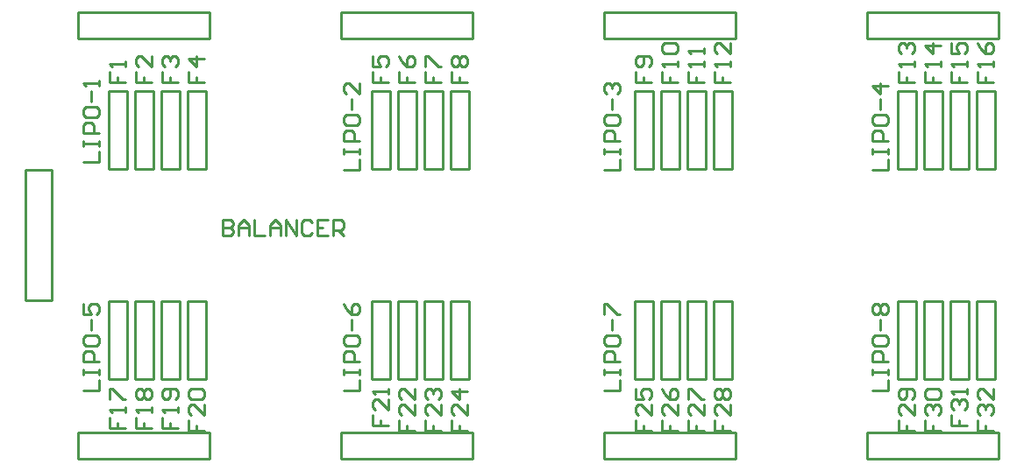
<source format=gto>
G04 Layer_Color=65535*
%FSTAX24Y24*%
%MOIN*%
G70*
G01*
G75*
%ADD17C,0.0100*%
D17*
X0525Y0245D02*
X05749D01*
X0525Y0235D02*
Y0245D01*
Y0235D02*
X05749D01*
X057492Y0235D02*
Y0245D01*
X0425Y0245D02*
X04749D01*
X0425Y0235D02*
Y0245D01*
Y0235D02*
X04749D01*
X047492Y0235D02*
Y0245D01*
X0325Y0245D02*
X03749D01*
X0325Y0235D02*
Y0245D01*
Y0235D02*
X03749D01*
X037492Y0235D02*
Y0245D01*
X0225Y0245D02*
X02749D01*
X0225Y0235D02*
Y0245D01*
Y0235D02*
X02749D01*
X027492Y0235D02*
Y0245D01*
X0525Y0405D02*
X05749D01*
X0525Y0395D02*
Y0405D01*
Y0395D02*
X05749D01*
X057492Y0395D02*
Y0405D01*
X0425Y0405D02*
X04749D01*
X0425Y0395D02*
Y0405D01*
Y0395D02*
X04749D01*
X047492Y0395D02*
Y0405D01*
X0325Y0405D02*
X03749D01*
X0325Y0395D02*
Y0405D01*
Y0395D02*
X03749D01*
X037492Y0395D02*
Y0405D01*
X0225Y0405D02*
X02749D01*
X0225Y0395D02*
Y0405D01*
Y0395D02*
X02749D01*
X027492Y0395D02*
Y0405D01*
X02365Y029476D02*
X02435D01*
X02365Y026524D02*
X02435D01*
X02365Y02655D02*
Y02945D01*
X02435Y02655D02*
Y02945D01*
X02465Y029476D02*
X02535D01*
X02465Y026524D02*
X02535D01*
X02465Y02655D02*
Y02945D01*
X02535Y02655D02*
Y02945D01*
X02565Y029476D02*
X02635D01*
X02565Y026524D02*
X02635D01*
X02565Y02655D02*
Y02945D01*
X02635Y02655D02*
Y02945D01*
X02665Y029476D02*
X02735D01*
X02665Y026524D02*
X02735D01*
X02665Y02655D02*
Y02945D01*
X02735Y02655D02*
Y02945D01*
X03365Y029476D02*
X03435D01*
X03365Y026524D02*
X03435D01*
X03365Y02655D02*
Y02945D01*
X03435Y02655D02*
Y02945D01*
X03465Y029476D02*
X03535D01*
X03465Y026524D02*
X03535D01*
X03465Y02655D02*
Y02945D01*
X03535Y02655D02*
Y02945D01*
X03565Y029476D02*
X03635D01*
X03565Y026524D02*
X03635D01*
X03565Y02655D02*
Y02945D01*
X03635Y02655D02*
Y02945D01*
X03665Y029476D02*
X03735D01*
X03665Y026524D02*
X03735D01*
X03665Y02655D02*
Y02945D01*
X03735Y02655D02*
Y02945D01*
X04365Y029476D02*
X04435D01*
X04365Y026524D02*
X04435D01*
X04365Y02655D02*
Y02945D01*
X04435Y02655D02*
Y02945D01*
X04465Y029476D02*
X04535D01*
X04465Y026524D02*
X04535D01*
X04465Y02655D02*
Y02945D01*
X04535Y02655D02*
Y02945D01*
X04565Y029476D02*
X04635D01*
X04565Y026524D02*
X04635D01*
X04565Y02655D02*
Y02945D01*
X04635Y02655D02*
Y02945D01*
X04665Y029476D02*
X04735D01*
X04665Y026524D02*
X04735D01*
X04665Y02655D02*
Y02945D01*
X04735Y02655D02*
Y02945D01*
X05365Y029476D02*
X05435D01*
X05365Y026524D02*
X05435D01*
X05365Y02655D02*
Y02945D01*
X05435Y02655D02*
Y02945D01*
X05465Y029476D02*
X05535D01*
X05465Y026524D02*
X05535D01*
X05465Y02655D02*
Y02945D01*
X05535Y02655D02*
Y02945D01*
X05565Y029476D02*
X05635D01*
X05565Y026524D02*
X05635D01*
X05565Y02655D02*
Y02945D01*
X05635Y02655D02*
Y02945D01*
X05665Y029476D02*
X05735D01*
X05665Y026524D02*
X05735D01*
X05665Y02655D02*
Y02945D01*
X05735Y02655D02*
Y02945D01*
X03665Y034524D02*
X03735D01*
X03665Y037476D02*
X03735D01*
Y03455D02*
Y03745D01*
X03665Y03455D02*
Y03745D01*
X03565Y034524D02*
X03635D01*
X03565Y037476D02*
X03635D01*
Y03455D02*
Y03745D01*
X03565Y03455D02*
Y03745D01*
X03465Y034524D02*
X03535D01*
X03465Y037476D02*
X03535D01*
Y03455D02*
Y03745D01*
X03465Y03455D02*
Y03745D01*
X03365Y034524D02*
X03435D01*
X03365Y037476D02*
X03435D01*
Y03455D02*
Y03745D01*
X03365Y03455D02*
Y03745D01*
X02665Y034524D02*
X02735D01*
X02665Y037476D02*
X02735D01*
Y03455D02*
Y03745D01*
X02665Y03455D02*
Y03745D01*
X02565Y034524D02*
X02635D01*
X02565Y037476D02*
X02635D01*
Y03455D02*
Y03745D01*
X02565Y03455D02*
Y03745D01*
X02465Y034524D02*
X02535D01*
X02465Y037476D02*
X02535D01*
Y03455D02*
Y03745D01*
X02465Y03455D02*
Y03745D01*
X02365Y034524D02*
X02435D01*
X02365Y037476D02*
X02435D01*
Y03455D02*
Y03745D01*
X02365Y03455D02*
Y03745D01*
X05665Y034524D02*
X05735D01*
X05665Y037476D02*
X05735D01*
Y03455D02*
Y03745D01*
X05665Y03455D02*
Y03745D01*
X05565Y034524D02*
X05635D01*
X05565Y037476D02*
X05635D01*
Y03455D02*
Y03745D01*
X05565Y03455D02*
Y03745D01*
X05465Y034524D02*
X05535D01*
X05465Y037476D02*
X05535D01*
Y03455D02*
Y03745D01*
X05465Y03455D02*
Y03745D01*
X05365Y034524D02*
X05435D01*
X05365Y037476D02*
X05435D01*
Y03455D02*
Y03745D01*
X05365Y03455D02*
Y03745D01*
X04665Y034524D02*
X04735D01*
X04665Y037476D02*
X04735D01*
Y03455D02*
Y03745D01*
X04665Y03455D02*
Y03745D01*
X04565Y034524D02*
X04635D01*
X04565Y037476D02*
X04635D01*
Y03455D02*
Y03745D01*
X04565Y03455D02*
Y03745D01*
X04465Y034524D02*
X04535D01*
X04465Y037476D02*
X04535D01*
Y03455D02*
Y03745D01*
X04465Y03455D02*
Y03745D01*
X04365Y034524D02*
X04435D01*
X04365Y037476D02*
X04435D01*
Y03455D02*
Y03745D01*
X04365Y03455D02*
Y03745D01*
X0215Y02951D02*
Y0345D01*
X0205D02*
X0215D01*
X0205Y02951D02*
Y0345D01*
X0205Y029508D02*
X0215D01*
X0527Y0261D02*
X0533D01*
Y0265D01*
X0527Y0267D02*
Y0269D01*
Y0268D01*
X0533D01*
Y0267D01*
Y0269D01*
Y0272D02*
X0527D01*
Y0275D01*
X0528Y0276D01*
X053D01*
X0531Y0275D01*
Y0272D01*
X0527Y028099D02*
Y027899D01*
X0528Y027799D01*
X0532D01*
X0533Y027899D01*
Y028099D01*
X0532Y028199D01*
X0528D01*
X0527Y028099D01*
X053Y028399D02*
Y028799D01*
X0528Y028999D02*
X0527Y029099D01*
Y029299D01*
X0528Y029399D01*
X0529D01*
X053Y029299D01*
X0531Y029399D01*
X0532D01*
X0533Y029299D01*
Y029099D01*
X0532Y028999D01*
X0531D01*
X053Y029099D01*
X0529Y028999D01*
X0528D01*
X053Y029099D02*
Y029299D01*
X0425Y0261D02*
X0431D01*
Y0265D01*
X0425Y0267D02*
Y0269D01*
Y0268D01*
X0431D01*
Y0267D01*
Y0269D01*
Y0272D02*
X0425D01*
Y0275D01*
X0426Y0276D01*
X0428D01*
X0429Y0275D01*
Y0272D01*
X0425Y028099D02*
Y027899D01*
X0426Y027799D01*
X043D01*
X0431Y027899D01*
Y028099D01*
X043Y028199D01*
X0426D01*
X0425Y028099D01*
X0428Y028399D02*
Y028799D01*
X0425Y028999D02*
Y029399D01*
X0426D01*
X043Y028999D01*
X0431D01*
X0326Y0261D02*
X0332D01*
Y0265D01*
X0326Y0267D02*
Y0269D01*
Y0268D01*
X0332D01*
Y0267D01*
Y0269D01*
Y0272D02*
X0326D01*
Y0275D01*
X0327Y0276D01*
X0329D01*
X033Y0275D01*
Y0272D01*
X0326Y028099D02*
Y027899D01*
X0327Y027799D01*
X0331D01*
X0332Y027899D01*
Y028099D01*
X0331Y028199D01*
X0327D01*
X0326Y028099D01*
X0329Y028399D02*
Y028799D01*
X0326Y029399D02*
X0327Y029199D01*
X0329Y028999D01*
X0331D01*
X0332Y029099D01*
Y029299D01*
X0331Y029399D01*
X033D01*
X0329Y029299D01*
Y028999D01*
X0227Y0261D02*
X0233D01*
Y0265D01*
X0227Y0267D02*
Y0269D01*
Y0268D01*
X0233D01*
Y0267D01*
Y0269D01*
Y0272D02*
X0227D01*
Y0275D01*
X0228Y0276D01*
X023D01*
X0231Y0275D01*
Y0272D01*
X0227Y028099D02*
Y027899D01*
X0228Y027799D01*
X0232D01*
X0233Y027899D01*
Y028099D01*
X0232Y028199D01*
X0228D01*
X0227Y028099D01*
X023Y028399D02*
Y028799D01*
X0227Y029399D02*
Y028999D01*
X023D01*
X0229Y029199D01*
Y029299D01*
X023Y029399D01*
X0232D01*
X0233Y029299D01*
Y029099D01*
X0232Y028999D01*
X0527Y0345D02*
X0533D01*
Y0349D01*
X0527Y0351D02*
Y0353D01*
Y0352D01*
X0533D01*
Y0351D01*
Y0353D01*
Y0356D02*
X0527D01*
Y0359D01*
X0528Y036D01*
X053D01*
X0531Y0359D01*
Y0356D01*
X0527Y036499D02*
Y036299D01*
X0528Y036199D01*
X0532D01*
X0533Y036299D01*
Y036499D01*
X0532Y036599D01*
X0528D01*
X0527Y036499D01*
X053Y036799D02*
Y037199D01*
X0533Y037699D02*
X0527D01*
X053Y037399D01*
Y037799D01*
X0425Y0345D02*
X0431D01*
Y0349D01*
X0425Y0351D02*
Y0353D01*
Y0352D01*
X0431D01*
Y0351D01*
Y0353D01*
Y0356D02*
X0425D01*
Y0359D01*
X0426Y036D01*
X0428D01*
X0429Y0359D01*
Y0356D01*
X0425Y036499D02*
Y036299D01*
X0426Y036199D01*
X043D01*
X0431Y036299D01*
Y036499D01*
X043Y036599D01*
X0426D01*
X0425Y036499D01*
X0428Y036799D02*
Y037199D01*
X0426Y037399D02*
X0425Y037499D01*
Y037699D01*
X0426Y037799D01*
X0427D01*
X0428Y037699D01*
Y037599D01*
Y037699D01*
X0429Y037799D01*
X043D01*
X0431Y037699D01*
Y037499D01*
X043Y037399D01*
X0326Y0345D02*
X0332D01*
Y0349D01*
X0326Y0351D02*
Y0353D01*
Y0352D01*
X0332D01*
Y0351D01*
Y0353D01*
Y0356D02*
X0326D01*
Y0359D01*
X0327Y036D01*
X0329D01*
X033Y0359D01*
Y0356D01*
X0326Y036499D02*
Y036299D01*
X0327Y036199D01*
X0331D01*
X0332Y036299D01*
Y036499D01*
X0331Y036599D01*
X0327D01*
X0326Y036499D01*
X0329Y036799D02*
Y037199D01*
X0332Y037799D02*
Y037399D01*
X0328Y037799D01*
X0327D01*
X0326Y037699D01*
Y037499D01*
X0327Y037399D01*
X0227Y0348D02*
X0233D01*
Y0352D01*
X0227Y0354D02*
Y0356D01*
Y0355D01*
X0233D01*
Y0354D01*
Y0356D01*
Y0359D02*
X0227D01*
Y0362D01*
X0228Y0363D01*
X023D01*
X0231Y0362D01*
Y0359D01*
X0227Y036799D02*
Y036599D01*
X0228Y036499D01*
X0232D01*
X0233Y036599D01*
Y036799D01*
X0232Y036899D01*
X0228D01*
X0227Y036799D01*
X023Y037099D02*
Y037499D01*
X0233Y037699D02*
Y037899D01*
Y037799D01*
X0227D01*
X0228Y037699D01*
X0237Y02507D02*
Y02467D01*
X024D01*
Y02487D01*
Y02467D01*
X0243D01*
Y02527D02*
Y02547D01*
Y02537D01*
X0237D01*
X0238Y02527D01*
X0237Y02577D02*
Y02617D01*
X0238D01*
X0242Y02577D01*
X0243D01*
X0247Y02507D02*
Y02467D01*
X025D01*
Y02487D01*
Y02467D01*
X0253D01*
Y02527D02*
Y02547D01*
Y02537D01*
X0247D01*
X0248Y02527D01*
Y02577D02*
X0247Y02587D01*
Y02607D01*
X0248Y02617D01*
X0249D01*
X025Y02607D01*
X0251Y02617D01*
X0252D01*
X0253Y02607D01*
Y02587D01*
X0252Y02577D01*
X0251D01*
X025Y02587D01*
X0249Y02577D01*
X0248D01*
X025Y02587D02*
Y02607D01*
X0257Y02507D02*
Y02467D01*
X026D01*
Y02487D01*
Y02467D01*
X0263D01*
Y02527D02*
Y02547D01*
Y02537D01*
X0257D01*
X0258Y02527D01*
X0262Y02577D02*
X0263Y02587D01*
Y02607D01*
X0262Y02617D01*
X0258D01*
X0257Y02607D01*
Y02587D01*
X0258Y02577D01*
X0259D01*
X026Y02587D01*
Y02617D01*
X0267Y02497D02*
Y02457D01*
X027D01*
Y02477D01*
Y02457D01*
X0273D01*
Y02557D02*
Y02517D01*
X0269Y02557D01*
X0268D01*
X0267Y02547D01*
Y02527D01*
X0268Y02517D01*
Y02577D02*
X0267Y02587D01*
Y02607D01*
X0268Y026169D01*
X0272D01*
X0273Y02607D01*
Y02587D01*
X0272Y02577D01*
X0268D01*
X0337Y02517D02*
Y02477D01*
X034D01*
Y02497D01*
Y02477D01*
X0343D01*
Y02577D02*
Y02537D01*
X0339Y02577D01*
X0338D01*
X0337Y02567D01*
Y02547D01*
X0338Y02537D01*
X0343Y02597D02*
Y02617D01*
Y02607D01*
X0337D01*
X0338Y02597D01*
X0347Y02497D02*
Y02457D01*
X035D01*
Y02477D01*
Y02457D01*
X0353D01*
Y02557D02*
Y02517D01*
X0349Y02557D01*
X0348D01*
X0347Y02547D01*
Y02527D01*
X0348Y02517D01*
X0353Y026169D02*
Y02577D01*
X0349Y026169D01*
X0348D01*
X0347Y02607D01*
Y02587D01*
X0348Y02577D01*
X0357Y02497D02*
Y02457D01*
X036D01*
Y02477D01*
Y02457D01*
X0363D01*
Y02557D02*
Y02517D01*
X0359Y02557D01*
X0358D01*
X0357Y02547D01*
Y02527D01*
X0358Y02517D01*
Y02577D02*
X0357Y02587D01*
Y02607D01*
X0358Y026169D01*
X0359D01*
X036Y02607D01*
Y02597D01*
Y02607D01*
X0361Y026169D01*
X0362D01*
X0363Y02607D01*
Y02587D01*
X0362Y02577D01*
X0367Y02497D02*
Y02457D01*
X037D01*
Y02477D01*
Y02457D01*
X0373D01*
Y02557D02*
Y02517D01*
X0369Y02557D01*
X0368D01*
X0367Y02547D01*
Y02527D01*
X0368Y02517D01*
X0373Y02607D02*
X0367D01*
X037Y02577D01*
Y026169D01*
X0437Y02497D02*
Y02457D01*
X044D01*
Y02477D01*
Y02457D01*
X0443D01*
Y02557D02*
Y02517D01*
X0439Y02557D01*
X0438D01*
X0437Y02547D01*
Y02527D01*
X0438Y02517D01*
X0437Y026169D02*
Y02577D01*
X044D01*
X0439Y02597D01*
Y02607D01*
X044Y026169D01*
X0442D01*
X0443Y02607D01*
Y02587D01*
X0442Y02577D01*
X0447Y02497D02*
Y02457D01*
X045D01*
Y02477D01*
Y02457D01*
X0453D01*
Y02557D02*
Y02517D01*
X0449Y02557D01*
X0448D01*
X0447Y02547D01*
Y02527D01*
X0448Y02517D01*
X0447Y026169D02*
X0448Y02597D01*
X045Y02577D01*
X0452D01*
X0453Y02587D01*
Y02607D01*
X0452Y026169D01*
X0451D01*
X045Y02607D01*
Y02577D01*
X0457Y02497D02*
Y02457D01*
X046D01*
Y02477D01*
Y02457D01*
X0463D01*
Y02557D02*
Y02517D01*
X0459Y02557D01*
X0458D01*
X0457Y02547D01*
Y02527D01*
X0458Y02517D01*
X0457Y02577D02*
Y026169D01*
X0458D01*
X0462Y02577D01*
X0463D01*
X0467Y02497D02*
Y02457D01*
X047D01*
Y02477D01*
Y02457D01*
X0473D01*
Y02557D02*
Y02517D01*
X0469Y02557D01*
X0468D01*
X0467Y02547D01*
Y02527D01*
X0468Y02517D01*
Y02577D02*
X0467Y02587D01*
Y02607D01*
X0468Y026169D01*
X0469D01*
X047Y02607D01*
X0471Y026169D01*
X0472D01*
X0473Y02607D01*
Y02587D01*
X0472Y02577D01*
X0471D01*
X047Y02587D01*
X0469Y02577D01*
X0468D01*
X047Y02587D02*
Y02607D01*
X0537Y02497D02*
Y02457D01*
X054D01*
Y02477D01*
Y02457D01*
X0543D01*
Y02557D02*
Y02517D01*
X0539Y02557D01*
X0538D01*
X0537Y02547D01*
Y02527D01*
X0538Y02517D01*
X0542Y02577D02*
X0543Y02587D01*
Y02607D01*
X0542Y026169D01*
X0538D01*
X0537Y02607D01*
Y02587D01*
X0538Y02577D01*
X0539D01*
X054Y02587D01*
Y026169D01*
X0547Y02497D02*
Y02457D01*
X055D01*
Y02477D01*
Y02457D01*
X0553D01*
X0548Y02517D02*
X0547Y02527D01*
Y02547D01*
X0548Y02557D01*
X0549D01*
X055Y02547D01*
Y02537D01*
Y02547D01*
X0551Y02557D01*
X0552D01*
X0553Y02547D01*
Y02527D01*
X0552Y02517D01*
X0548Y02577D02*
X0547Y02587D01*
Y02607D01*
X0548Y026169D01*
X0552D01*
X0553Y02607D01*
Y02587D01*
X0552Y02577D01*
X0548D01*
X0557Y02517D02*
Y02477D01*
X056D01*
Y02497D01*
Y02477D01*
X0563D01*
X0558Y02537D02*
X0557Y02547D01*
Y02567D01*
X0558Y02577D01*
X0559D01*
X056Y02567D01*
Y02557D01*
Y02567D01*
X0561Y02577D01*
X0562D01*
X0563Y02567D01*
Y02547D01*
X0562Y02537D01*
X0563Y02597D02*
Y02617D01*
Y02607D01*
X0557D01*
X0558Y02597D01*
X0567Y02497D02*
Y02457D01*
X057D01*
Y02477D01*
Y02457D01*
X0573D01*
X0568Y02517D02*
X0567Y02527D01*
Y02547D01*
X0568Y02557D01*
X0569D01*
X057Y02547D01*
Y02537D01*
Y02547D01*
X0571Y02557D01*
X0572D01*
X0573Y02547D01*
Y02527D01*
X0572Y02517D01*
X0573Y026169D02*
Y02577D01*
X0569Y026169D01*
X0568D01*
X0567Y02607D01*
Y02587D01*
X0568Y02577D01*
X0367Y03823D02*
Y03783D01*
X037D01*
Y03803D01*
Y03783D01*
X0373D01*
X0368Y03843D02*
X0367Y03853D01*
Y03873D01*
X0368Y03883D01*
X0369D01*
X037Y03873D01*
X0371Y03883D01*
X0372D01*
X0373Y03873D01*
Y03853D01*
X0372Y03843D01*
X0371D01*
X037Y03853D01*
X0369Y03843D01*
X0368D01*
X037Y03853D02*
Y03873D01*
X0357Y03823D02*
Y03783D01*
X036D01*
Y03803D01*
Y03783D01*
X0363D01*
X0357Y03843D02*
Y03883D01*
X0358D01*
X0362Y03843D01*
X0363D01*
X0347Y03823D02*
Y03783D01*
X035D01*
Y03803D01*
Y03783D01*
X0353D01*
X0347Y03883D02*
X0348Y03863D01*
X035Y03843D01*
X0352D01*
X0353Y03853D01*
Y03873D01*
X0352Y03883D01*
X0351D01*
X035Y03873D01*
Y03843D01*
X0337Y03823D02*
Y03783D01*
X034D01*
Y03803D01*
Y03783D01*
X0343D01*
X0337Y03883D02*
Y03843D01*
X034D01*
X0339Y03863D01*
Y03873D01*
X034Y03883D01*
X0342D01*
X0343Y03873D01*
Y03853D01*
X0342Y03843D01*
X0267Y03823D02*
Y03783D01*
X027D01*
Y03803D01*
Y03783D01*
X0273D01*
Y03873D02*
X0267D01*
X027Y03843D01*
Y03883D01*
X0257Y03823D02*
Y03783D01*
X026D01*
Y03803D01*
Y03783D01*
X0263D01*
X0258Y03843D02*
X0257Y03853D01*
Y03873D01*
X0258Y03883D01*
X0259D01*
X026Y03873D01*
Y03863D01*
Y03873D01*
X0261Y03883D01*
X0262D01*
X0263Y03873D01*
Y03853D01*
X0262Y03843D01*
X0247Y03823D02*
Y03783D01*
X025D01*
Y03803D01*
Y03783D01*
X0253D01*
Y03883D02*
Y03843D01*
X0249Y03883D01*
X0248D01*
X0247Y03873D01*
Y03853D01*
X0248Y03843D01*
X0237Y03823D02*
Y03783D01*
X024D01*
Y03803D01*
Y03783D01*
X0243D01*
Y03843D02*
Y03863D01*
Y03853D01*
X0237D01*
X0238Y03843D01*
X0567Y03823D02*
Y03783D01*
X057D01*
Y03803D01*
Y03783D01*
X0573D01*
Y03843D02*
Y03863D01*
Y03853D01*
X0567D01*
X0568Y03843D01*
X0567Y03933D02*
X0568Y03913D01*
X057Y03893D01*
X0572D01*
X0573Y03903D01*
Y03923D01*
X0572Y03933D01*
X0571D01*
X057Y03923D01*
Y03893D01*
X0557Y03823D02*
Y03783D01*
X056D01*
Y03803D01*
Y03783D01*
X0563D01*
Y03843D02*
Y03863D01*
Y03853D01*
X0557D01*
X0558Y03843D01*
X0557Y03933D02*
Y03893D01*
X056D01*
X0559Y03913D01*
Y03923D01*
X056Y03933D01*
X0562D01*
X0563Y03923D01*
Y03903D01*
X0562Y03893D01*
X0547Y03823D02*
Y03783D01*
X055D01*
Y03803D01*
Y03783D01*
X0553D01*
Y03843D02*
Y03863D01*
Y03853D01*
X0547D01*
X0548Y03843D01*
X0553Y03923D02*
X0547D01*
X055Y03893D01*
Y03933D01*
X0537Y03823D02*
Y03783D01*
X054D01*
Y03803D01*
Y03783D01*
X0543D01*
Y03843D02*
Y03863D01*
Y03853D01*
X0537D01*
X0538Y03843D01*
Y03893D02*
X0537Y03903D01*
Y03923D01*
X0538Y03933D01*
X0539D01*
X054Y03923D01*
Y03913D01*
Y03923D01*
X0541Y03933D01*
X0542D01*
X0543Y03923D01*
Y03903D01*
X0542Y03893D01*
X0467Y03823D02*
Y03783D01*
X047D01*
Y03803D01*
Y03783D01*
X0473D01*
Y03843D02*
Y03863D01*
Y03853D01*
X0467D01*
X0468Y03843D01*
X0473Y03933D02*
Y03893D01*
X0469Y03933D01*
X0468D01*
X0467Y03923D01*
Y03903D01*
X0468Y03893D01*
X0457Y03823D02*
Y03783D01*
X046D01*
Y03803D01*
Y03783D01*
X0463D01*
Y03843D02*
Y03863D01*
Y03853D01*
X0457D01*
X0458Y03843D01*
X0463Y03893D02*
Y03913D01*
Y03903D01*
X0457D01*
X0458Y03893D01*
X0447Y03823D02*
Y03783D01*
X045D01*
Y03803D01*
Y03783D01*
X0453D01*
Y03843D02*
Y03863D01*
Y03853D01*
X0447D01*
X0448Y03843D01*
Y03893D02*
X0447Y03903D01*
Y03923D01*
X0448Y03933D01*
X0452D01*
X0453Y03923D01*
Y03903D01*
X0452Y03893D01*
X0448D01*
X0437Y03823D02*
Y03783D01*
X044D01*
Y03803D01*
Y03783D01*
X0443D01*
X0442Y03843D02*
X0443Y03853D01*
Y03873D01*
X0442Y03883D01*
X0438D01*
X0437Y03873D01*
Y03853D01*
X0438Y03843D01*
X0439D01*
X044Y03853D01*
Y03883D01*
X028Y0326D02*
Y032D01*
X0283D01*
X0284Y0321D01*
Y0322D01*
X0283Y0323D01*
X028D01*
X0283D01*
X0284Y0324D01*
Y0325D01*
X0283Y0326D01*
X028D01*
X0286Y032D02*
Y0324D01*
X0288Y0326D01*
X029Y0324D01*
Y032D01*
Y0323D01*
X0286D01*
X0292Y0326D02*
Y032D01*
X029599D01*
X029799D02*
Y0324D01*
X029999Y0326D01*
X030199Y0324D01*
Y032D01*
Y0323D01*
X029799D01*
X030399Y032D02*
Y0326D01*
X030799Y032D01*
Y0326D01*
X031399Y0325D02*
X031299Y0326D01*
X031099D01*
X030999Y0325D01*
Y0321D01*
X031099Y032D01*
X031299D01*
X031399Y0321D01*
X031999Y0326D02*
X031599D01*
Y032D01*
X031999D01*
X031599Y0323D02*
X031799D01*
X032199Y032D02*
Y0326D01*
X032499D01*
X032599Y0325D01*
Y0323D01*
X032499Y0322D01*
X032199D01*
X032399D02*
X032599Y032D01*
M02*

</source>
